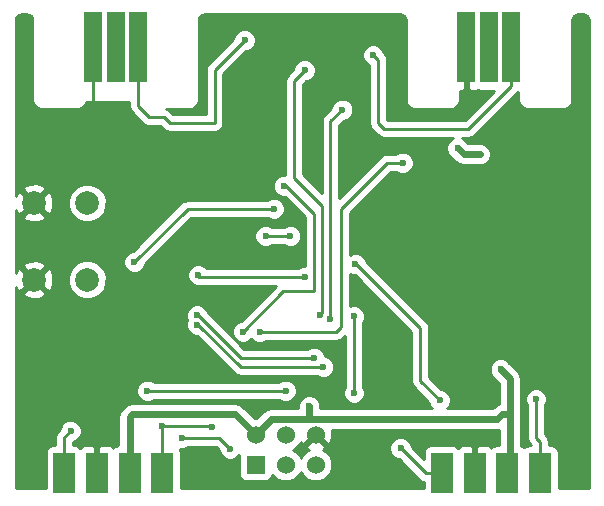
<source format=gbl>
G04 #@! TF.FileFunction,Copper,L2,Bot,Signal*
%FSLAX46Y46*%
G04 Gerber Fmt 4.6, Leading zero omitted, Abs format (unit mm)*
G04 Created by KiCad (PCBNEW 4.0.7) date 07/06/18 22:20:39*
%MOMM*%
%LPD*%
G01*
G04 APERTURE LIST*
%ADD10C,0.100000*%
%ADD11R,1.520000X6.050000*%
%ADD12R,1.846667X3.480000*%
%ADD13R,1.524000X1.524000*%
%ADD14C,1.524000*%
%ADD15C,2.000000*%
%ADD16C,0.600000*%
%ADD17C,0.250000*%
%ADD18C,0.600000*%
%ADD19C,0.254000*%
G04 APERTURE END LIST*
D10*
D11*
X87503000Y-75530000D03*
X83693000Y-75530000D03*
X85598000Y-75530000D03*
D12*
X89555000Y-111600000D03*
X86785000Y-111600000D03*
X84015000Y-111600000D03*
X81245000Y-111600000D03*
X121555000Y-111600000D03*
X118785000Y-111600000D03*
X116015000Y-111600000D03*
X113245000Y-111600000D03*
D13*
X97460000Y-110870000D03*
D14*
X97460000Y-108330000D03*
X100000000Y-110870000D03*
X100000000Y-108330000D03*
X102540000Y-110870000D03*
X102540000Y-108330000D03*
D15*
X83200000Y-95200000D03*
X78700000Y-95200000D03*
X83200000Y-88700000D03*
X78700000Y-88700000D03*
D11*
X119105000Y-75530000D03*
X115295000Y-75530000D03*
X117200000Y-75530000D03*
D16*
X121200000Y-105300000D03*
X101600000Y-95000000D03*
X92600000Y-94800000D03*
X102000000Y-105900000D03*
X118200000Y-102800000D03*
X103886000Y-104089200D03*
X102311200Y-104114600D03*
X104444800Y-109194600D03*
X106984800Y-109143800D03*
X106984800Y-88696800D03*
X108051600Y-88493600D03*
X87528400Y-89535000D03*
X116015000Y-108600000D03*
X96000000Y-96700000D03*
X109728000Y-109474000D03*
X113030000Y-105410000D03*
X105900000Y-93900000D03*
X88300000Y-104600000D03*
X95300000Y-109500000D03*
X91200000Y-108600000D03*
X100000000Y-104600000D03*
X87200000Y-93700000D03*
X99000000Y-89200000D03*
X93800000Y-107700000D03*
X89500000Y-107600000D03*
X81800000Y-108000000D03*
X114554000Y-84074000D03*
X116459000Y-84582000D03*
X107391200Y-76174600D03*
X96520000Y-74930000D03*
X99850000Y-87250000D03*
X96400000Y-99600000D03*
X109900000Y-85300000D03*
X97800000Y-99600000D03*
X101600000Y-77470000D03*
X102900000Y-98200000D03*
X103800000Y-98500000D03*
X104800000Y-80800000D03*
X103200000Y-102600000D03*
X92500000Y-99000000D03*
X92500000Y-98200000D03*
X102400000Y-101800000D03*
X105800000Y-98300000D03*
X105800000Y-104800000D03*
X100400000Y-91500000D03*
X98300000Y-91500000D03*
D17*
X121200000Y-105300000D02*
X121200000Y-108600000D01*
X121200000Y-108600000D02*
X121555000Y-108955000D01*
X121555000Y-108955000D02*
X121555000Y-111600000D01*
X101600000Y-95000000D02*
X92600000Y-95000000D01*
X92600000Y-95000000D02*
X92600000Y-94800000D01*
D18*
X117900000Y-107000000D02*
X102000000Y-107000000D01*
X102000000Y-105900000D02*
X102000000Y-107000000D01*
X102000000Y-107000000D02*
X100900000Y-107000000D01*
X100900000Y-107000000D02*
X98790000Y-107000000D01*
X118300000Y-106600000D02*
X117900000Y-107000000D01*
X98790000Y-107000000D02*
X97460000Y-108330000D01*
X118900000Y-106600000D02*
X118300000Y-106600000D01*
X119000000Y-111300000D02*
X119000000Y-106600000D01*
X119000000Y-106600000D02*
X119000000Y-103600000D01*
X118300000Y-106600000D02*
X119000000Y-106600000D01*
X118800000Y-111500000D02*
X119000000Y-111300000D01*
X119000000Y-103600000D02*
X118200000Y-102800000D01*
X97460000Y-108330000D02*
X95730000Y-106600000D01*
X95730000Y-106600000D02*
X87000000Y-106600000D01*
X87000000Y-106600000D02*
X86785000Y-106815000D01*
X86785000Y-106815000D02*
X86785000Y-111600000D01*
D17*
X102311200Y-104114600D02*
X103860600Y-104114600D01*
X103860600Y-104114600D02*
X103886000Y-104089200D01*
X106984800Y-109143800D02*
X104495600Y-109143800D01*
X104495600Y-109143800D02*
X104444800Y-109194600D01*
X108051600Y-88493600D02*
X107188000Y-88493600D01*
X107188000Y-88493600D02*
X106984800Y-88696800D01*
X85808736Y-90830400D02*
X80830400Y-90830400D01*
X80830400Y-90830400D02*
X78700000Y-88700000D01*
X87528400Y-89535000D02*
X87104136Y-89535000D01*
X87104136Y-89535000D02*
X85808736Y-90830400D01*
X115295000Y-80483000D02*
X115295000Y-75530000D01*
X83693000Y-80483000D02*
X83693000Y-75530000D01*
X116015000Y-111600000D02*
X116015000Y-108600000D01*
X116015000Y-108600000D02*
X116015000Y-108415000D01*
X116015000Y-108415000D02*
X116000000Y-108400000D01*
X84015000Y-111600000D02*
X84015000Y-108415000D01*
X84015000Y-108415000D02*
X84000000Y-108400000D01*
X113245000Y-111600000D02*
X111854000Y-111600000D01*
X111854000Y-111600000D02*
X109728000Y-109474000D01*
X113245000Y-111600000D02*
X113245000Y-110783334D01*
X113245000Y-110783334D02*
X113081108Y-110619442D01*
X111400000Y-99300000D02*
X111400000Y-103780000D01*
X111400000Y-103780000D02*
X113030000Y-105410000D01*
X105900000Y-93900000D02*
X106000000Y-93900000D01*
X106000000Y-93900000D02*
X111400000Y-99300000D01*
X100000000Y-104600000D02*
X88300000Y-104600000D01*
X94400000Y-108600000D02*
X95300000Y-109500000D01*
X93600000Y-108600000D02*
X94400000Y-108600000D01*
X91200000Y-108600000D02*
X93600000Y-108600000D01*
X91700000Y-89200000D02*
X99000000Y-89200000D01*
X87200000Y-93700000D02*
X91700000Y-89200000D01*
X89500000Y-107600000D02*
X93700000Y-107600000D01*
X93700000Y-107600000D02*
X93800000Y-107700000D01*
X89500000Y-107600000D02*
X89555000Y-107655000D01*
X89555000Y-107655000D02*
X89555000Y-111600000D01*
X81245000Y-108555000D02*
X81245000Y-111600000D01*
X81800000Y-108000000D02*
X81245000Y-108555000D01*
D18*
X116459000Y-84582000D02*
X115062000Y-84582000D01*
X115062000Y-84582000D02*
X114554000Y-84074000D01*
D17*
X107848400Y-79044800D02*
X107848400Y-76631800D01*
X107848400Y-76631800D02*
X107391200Y-76174600D01*
X108331000Y-82448400D02*
X107848400Y-81965800D01*
X107848400Y-81965800D02*
X107848400Y-79044800D01*
X115461600Y-82448400D02*
X108331000Y-82448400D01*
X119105000Y-78805000D02*
X115461600Y-82448400D01*
X119105000Y-75530000D02*
X119105000Y-78805000D01*
X93980000Y-81915000D02*
X93980000Y-77470000D01*
X93980000Y-77470000D02*
X96520000Y-74930000D01*
X90170000Y-81915000D02*
X93980000Y-81915000D01*
X89698001Y-81443001D02*
X90170000Y-81915000D01*
X87503000Y-80483000D02*
X88463001Y-81443001D01*
X88463001Y-81443001D02*
X89698001Y-81443001D01*
X87503000Y-80483000D02*
X87503000Y-75530000D01*
X99850000Y-87250000D02*
X100050000Y-87250000D01*
X100050000Y-87250000D02*
X102400000Y-89600000D01*
X96400000Y-99600000D02*
X99800000Y-96200000D01*
X99800000Y-96200000D02*
X102400000Y-96200000D01*
X102400000Y-96200000D02*
X102400000Y-89600000D01*
X97800000Y-99600000D02*
X104300000Y-99600000D01*
X104300000Y-99600000D02*
X104700000Y-99200000D01*
X104700000Y-99200000D02*
X104700000Y-89200000D01*
X104700000Y-89200000D02*
X108600000Y-85300000D01*
X108600000Y-85300000D02*
X109900000Y-85300000D01*
X100700000Y-80100000D02*
X100700000Y-78370000D01*
X100700000Y-78370000D02*
X101600000Y-77470000D01*
X103100000Y-98000000D02*
X102900000Y-98200000D01*
X100700000Y-80100000D02*
X100700000Y-86600000D01*
X100700000Y-86600000D02*
X103100000Y-89000000D01*
X103100000Y-89000000D02*
X103100000Y-98000000D01*
X103800000Y-98500000D02*
X103800000Y-81800000D01*
X103800000Y-81800000D02*
X104800000Y-80800000D01*
X103200000Y-102600000D02*
X96200000Y-102600000D01*
X96200000Y-102600000D02*
X92600000Y-99000000D01*
X92600000Y-99000000D02*
X92500000Y-99000000D01*
X92500000Y-98200000D02*
X92600000Y-98200000D01*
X92600000Y-98200000D02*
X96200000Y-101800000D01*
X96200000Y-101800000D02*
X102400000Y-101800000D01*
X105800000Y-98300000D02*
X105800000Y-104800000D01*
X98300000Y-91500000D02*
X100400000Y-91500000D01*
D19*
G36*
X78265377Y-72764811D02*
X78401341Y-72855658D01*
X78492189Y-72991622D01*
X78538000Y-73221931D01*
X78538000Y-80010000D01*
X78592046Y-80281705D01*
X78745954Y-80512046D01*
X78976295Y-80665954D01*
X79248000Y-80720000D01*
X82423000Y-80720000D01*
X82694705Y-80665954D01*
X82925046Y-80512046D01*
X83078954Y-80281705D01*
X83107738Y-80137000D01*
X86743000Y-80137000D01*
X86743000Y-80483000D01*
X86800852Y-80773839D01*
X86965599Y-81020401D01*
X87925600Y-81980402D01*
X88172161Y-82145149D01*
X88220415Y-82154747D01*
X88463001Y-82203001D01*
X89383199Y-82203001D01*
X89632599Y-82452401D01*
X89879160Y-82617148D01*
X90170000Y-82675000D01*
X93980000Y-82675000D01*
X94270839Y-82617148D01*
X94517401Y-82452401D01*
X94682148Y-82205839D01*
X94740000Y-81915000D01*
X94740000Y-77784802D01*
X96659680Y-75865122D01*
X96705167Y-75865162D01*
X97048943Y-75723117D01*
X97312192Y-75460327D01*
X97454838Y-75116799D01*
X97455162Y-74744833D01*
X97313117Y-74401057D01*
X97050327Y-74137808D01*
X96706799Y-73995162D01*
X96334833Y-73994838D01*
X95991057Y-74136883D01*
X95727808Y-74399673D01*
X95585162Y-74743201D01*
X95585121Y-74790077D01*
X93442599Y-76932599D01*
X93277852Y-77179161D01*
X93220000Y-77470000D01*
X93220000Y-81155000D01*
X90484802Y-81155000D01*
X90235402Y-80905600D01*
X89988840Y-80740853D01*
X89884006Y-80720000D01*
X91948000Y-80720000D01*
X92219705Y-80665954D01*
X92450046Y-80512046D01*
X92603954Y-80281705D01*
X92658000Y-80010000D01*
X92658000Y-73221927D01*
X92703811Y-72991623D01*
X92794658Y-72855659D01*
X92930622Y-72764811D01*
X93160931Y-72719000D01*
X109658073Y-72719000D01*
X109888377Y-72764811D01*
X110024341Y-72855658D01*
X110115189Y-72991622D01*
X110161000Y-73221931D01*
X110161000Y-80010000D01*
X110215046Y-80281705D01*
X110368954Y-80512046D01*
X110599295Y-80665954D01*
X110871000Y-80720000D01*
X114046000Y-80720000D01*
X114317705Y-80665954D01*
X114548046Y-80512046D01*
X114701954Y-80281705D01*
X114756000Y-80010000D01*
X114756000Y-79190000D01*
X115009250Y-79190000D01*
X115168000Y-79031250D01*
X115168000Y-75657000D01*
X115148000Y-75657000D01*
X115148000Y-75403000D01*
X115168000Y-75403000D01*
X115168000Y-75383000D01*
X115422000Y-75383000D01*
X115422000Y-75403000D01*
X115442000Y-75403000D01*
X115442000Y-75657000D01*
X115422000Y-75657000D01*
X115422000Y-79031250D01*
X115580750Y-79190000D01*
X116181309Y-79190000D01*
X116246081Y-79163170D01*
X116440000Y-79202440D01*
X117632758Y-79202440D01*
X115146798Y-81688400D01*
X108645802Y-81688400D01*
X108608400Y-81650998D01*
X108608400Y-76631800D01*
X108560146Y-76389214D01*
X108550548Y-76340960D01*
X108385801Y-76094399D01*
X108326322Y-76034920D01*
X108326362Y-75989433D01*
X108184317Y-75645657D01*
X107921527Y-75382408D01*
X107577999Y-75239762D01*
X107206033Y-75239438D01*
X106862257Y-75381483D01*
X106599008Y-75644273D01*
X106456362Y-75987801D01*
X106456038Y-76359767D01*
X106598083Y-76703543D01*
X106860873Y-76966792D01*
X107088400Y-77061270D01*
X107088400Y-81965800D01*
X107146252Y-82256639D01*
X107310999Y-82503201D01*
X107793599Y-82985801D01*
X108040160Y-83150548D01*
X108088414Y-83160146D01*
X108331000Y-83208400D01*
X114200480Y-83208400D01*
X114025057Y-83280883D01*
X113761808Y-83543673D01*
X113619162Y-83887201D01*
X113618838Y-84259167D01*
X113760883Y-84602943D01*
X114023673Y-84866192D01*
X114024065Y-84866355D01*
X114400853Y-85243142D01*
X114400855Y-85243145D01*
X114598366Y-85375117D01*
X114704191Y-85445827D01*
X115062000Y-85517000D01*
X116458184Y-85517000D01*
X116644167Y-85517162D01*
X116987943Y-85375117D01*
X117251192Y-85112327D01*
X117393838Y-84768799D01*
X117394162Y-84396833D01*
X117252117Y-84053057D01*
X116989327Y-83789808D01*
X116645799Y-83647162D01*
X116273833Y-83646838D01*
X116273441Y-83647000D01*
X115449290Y-83647000D01*
X115215436Y-83413146D01*
X115084327Y-83281808D01*
X114907542Y-83208400D01*
X115461600Y-83208400D01*
X115752439Y-83150548D01*
X115999001Y-82985801D01*
X119642401Y-79342401D01*
X119686000Y-79277150D01*
X119686000Y-80010000D01*
X119740046Y-80281705D01*
X119893954Y-80512046D01*
X120124295Y-80665954D01*
X120396000Y-80720000D01*
X123571000Y-80720000D01*
X123842705Y-80665954D01*
X124073046Y-80512046D01*
X124226954Y-80281705D01*
X124281000Y-80010000D01*
X124281000Y-73221927D01*
X124326811Y-72991623D01*
X124417658Y-72855659D01*
X124553622Y-72764811D01*
X124783931Y-72719000D01*
X125152073Y-72719000D01*
X125382377Y-72764811D01*
X125518341Y-72855658D01*
X125609189Y-72991622D01*
X125655000Y-73221931D01*
X125655000Y-112828000D01*
X123125773Y-112828000D01*
X123125773Y-109860000D01*
X123081495Y-109624683D01*
X122942423Y-109408559D01*
X122730223Y-109263569D01*
X122478333Y-109212560D01*
X122315000Y-109212560D01*
X122315000Y-108955000D01*
X122257148Y-108664161D01*
X122092401Y-108417599D01*
X121960000Y-108285198D01*
X121960000Y-105862463D01*
X121992192Y-105830327D01*
X122134838Y-105486799D01*
X122135162Y-105114833D01*
X121993117Y-104771057D01*
X121730327Y-104507808D01*
X121386799Y-104365162D01*
X121014833Y-104364838D01*
X120671057Y-104506883D01*
X120407808Y-104769673D01*
X120265162Y-105113201D01*
X120264838Y-105485167D01*
X120406883Y-105828943D01*
X120440000Y-105862118D01*
X120440000Y-108600000D01*
X120497852Y-108890839D01*
X120662599Y-109137401D01*
X120737758Y-109212560D01*
X120631667Y-109212560D01*
X120396350Y-109256838D01*
X120180226Y-109395910D01*
X120171851Y-109408168D01*
X119960223Y-109263569D01*
X119935000Y-109258461D01*
X119935000Y-103600000D01*
X119863827Y-103242191D01*
X119661145Y-102938855D01*
X118861436Y-102139146D01*
X118730327Y-102007808D01*
X118386799Y-101865162D01*
X118014833Y-101864838D01*
X117671057Y-102006883D01*
X117407808Y-102269673D01*
X117265162Y-102613201D01*
X117264838Y-102985167D01*
X117406883Y-103328943D01*
X117669673Y-103592192D01*
X117670065Y-103592355D01*
X118065000Y-103987290D01*
X118065000Y-105711745D01*
X117942191Y-105736173D01*
X117638855Y-105938855D01*
X117512710Y-106065000D01*
X113697301Y-106065000D01*
X113822192Y-105940327D01*
X113964838Y-105596799D01*
X113965162Y-105224833D01*
X113823117Y-104881057D01*
X113560327Y-104617808D01*
X113216799Y-104475162D01*
X113169923Y-104475121D01*
X112160000Y-103465198D01*
X112160000Y-99300000D01*
X112112778Y-99062599D01*
X112102148Y-99009160D01*
X111937401Y-98762599D01*
X106796806Y-93622004D01*
X106693117Y-93371057D01*
X106430327Y-93107808D01*
X106086799Y-92965162D01*
X105714833Y-92964838D01*
X105460000Y-93070133D01*
X105460000Y-89514802D01*
X108914802Y-86060000D01*
X109337537Y-86060000D01*
X109369673Y-86092192D01*
X109713201Y-86234838D01*
X110085167Y-86235162D01*
X110428943Y-86093117D01*
X110692192Y-85830327D01*
X110834838Y-85486799D01*
X110835162Y-85114833D01*
X110693117Y-84771057D01*
X110430327Y-84507808D01*
X110086799Y-84365162D01*
X109714833Y-84364838D01*
X109371057Y-84506883D01*
X109337882Y-84540000D01*
X108600000Y-84540000D01*
X108309161Y-84597852D01*
X108062599Y-84762599D01*
X104560000Y-88265198D01*
X104560000Y-82114802D01*
X104939680Y-81735122D01*
X104985167Y-81735162D01*
X105328943Y-81593117D01*
X105592192Y-81330327D01*
X105734838Y-80986799D01*
X105735162Y-80614833D01*
X105593117Y-80271057D01*
X105330327Y-80007808D01*
X104986799Y-79865162D01*
X104614833Y-79864838D01*
X104271057Y-80006883D01*
X104007808Y-80269673D01*
X103865162Y-80613201D01*
X103865121Y-80660077D01*
X103262599Y-81262599D01*
X103097852Y-81509161D01*
X103040000Y-81800000D01*
X103040000Y-87865198D01*
X101460000Y-86285198D01*
X101460000Y-78684802D01*
X101739680Y-78405122D01*
X101785167Y-78405162D01*
X102128943Y-78263117D01*
X102392192Y-78000327D01*
X102534838Y-77656799D01*
X102535162Y-77284833D01*
X102393117Y-76941057D01*
X102130327Y-76677808D01*
X101786799Y-76535162D01*
X101414833Y-76534838D01*
X101071057Y-76676883D01*
X100807808Y-76939673D01*
X100665162Y-77283201D01*
X100665121Y-77330077D01*
X100162599Y-77832599D01*
X99997852Y-78079161D01*
X99940000Y-78370000D01*
X99940000Y-86315078D01*
X99664833Y-86314838D01*
X99321057Y-86456883D01*
X99057808Y-86719673D01*
X98915162Y-87063201D01*
X98914838Y-87435167D01*
X99056883Y-87778943D01*
X99319673Y-88042192D01*
X99663201Y-88184838D01*
X99910251Y-88185053D01*
X101640000Y-89914802D01*
X101640000Y-94065034D01*
X101414833Y-94064838D01*
X101071057Y-94206883D01*
X101037882Y-94240000D01*
X93362114Y-94240000D01*
X93130327Y-94007808D01*
X92786799Y-93865162D01*
X92414833Y-93864838D01*
X92071057Y-94006883D01*
X91807808Y-94269673D01*
X91665162Y-94613201D01*
X91664838Y-94985167D01*
X91806883Y-95328943D01*
X92069673Y-95592192D01*
X92267604Y-95674380D01*
X92309161Y-95702148D01*
X92357752Y-95711813D01*
X92413201Y-95734838D01*
X92473768Y-95734891D01*
X92600000Y-95760000D01*
X99165198Y-95760000D01*
X96260320Y-98664878D01*
X96214833Y-98664838D01*
X95871057Y-98806883D01*
X95607808Y-99069673D01*
X95465162Y-99413201D01*
X95464838Y-99785167D01*
X95606883Y-100128943D01*
X95869673Y-100392192D01*
X96213201Y-100534838D01*
X96585167Y-100535162D01*
X96928943Y-100393117D01*
X97100068Y-100222291D01*
X97269673Y-100392192D01*
X97613201Y-100534838D01*
X97985167Y-100535162D01*
X98328943Y-100393117D01*
X98362118Y-100360000D01*
X104300000Y-100360000D01*
X104590839Y-100302148D01*
X104837401Y-100137401D01*
X105040000Y-99934802D01*
X105040000Y-104237537D01*
X105007808Y-104269673D01*
X104865162Y-104613201D01*
X104864838Y-104985167D01*
X105006883Y-105328943D01*
X105269673Y-105592192D01*
X105613201Y-105734838D01*
X105985167Y-105735162D01*
X106328943Y-105593117D01*
X106592192Y-105330327D01*
X106734838Y-104986799D01*
X106735162Y-104614833D01*
X106593117Y-104271057D01*
X106560000Y-104237882D01*
X106560000Y-98862463D01*
X106592192Y-98830327D01*
X106734838Y-98486799D01*
X106735162Y-98114833D01*
X106593117Y-97771057D01*
X106330327Y-97507808D01*
X105986799Y-97365162D01*
X105614833Y-97364838D01*
X105460000Y-97428814D01*
X105460000Y-94729699D01*
X105713201Y-94834838D01*
X105860164Y-94834966D01*
X110640000Y-99614802D01*
X110640000Y-103780000D01*
X110697852Y-104070839D01*
X110862599Y-104317401D01*
X112094878Y-105549680D01*
X112094838Y-105595167D01*
X112236883Y-105938943D01*
X112362720Y-106065000D01*
X102935000Y-106065000D01*
X102935000Y-105900816D01*
X102935162Y-105714833D01*
X102793117Y-105371057D01*
X102530327Y-105107808D01*
X102186799Y-104965162D01*
X101814833Y-104964838D01*
X101471057Y-105106883D01*
X101207808Y-105369673D01*
X101065162Y-105713201D01*
X101064856Y-106065000D01*
X98790000Y-106065000D01*
X98432191Y-106136173D01*
X98128855Y-106338855D01*
X97534645Y-106933065D01*
X97385224Y-106932934D01*
X96391145Y-105938855D01*
X96087809Y-105736173D01*
X95730000Y-105665000D01*
X87000000Y-105665000D01*
X86642191Y-105736173D01*
X86338855Y-105938855D01*
X86123855Y-106153855D01*
X85921173Y-106457191D01*
X85850000Y-106815000D01*
X85850000Y-109214755D01*
X85626350Y-109256838D01*
X85410226Y-109395910D01*
X85394818Y-109418460D01*
X85298031Y-109321673D01*
X85064642Y-109225000D01*
X84300750Y-109225000D01*
X84142000Y-109383750D01*
X84142000Y-111473000D01*
X84162000Y-111473000D01*
X84162000Y-111727000D01*
X84142000Y-111727000D01*
X84142000Y-111747000D01*
X83888000Y-111747000D01*
X83888000Y-111727000D01*
X83868000Y-111727000D01*
X83868000Y-111473000D01*
X83888000Y-111473000D01*
X83888000Y-109383750D01*
X83729250Y-109225000D01*
X82965358Y-109225000D01*
X82731969Y-109321673D01*
X82637380Y-109416262D01*
X82632423Y-109408559D01*
X82420223Y-109263569D01*
X82168333Y-109212560D01*
X82005000Y-109212560D01*
X82005000Y-108926967D01*
X82328943Y-108793117D01*
X82592192Y-108530327D01*
X82734838Y-108186799D01*
X82735162Y-107814833D01*
X82593117Y-107471057D01*
X82330327Y-107207808D01*
X81986799Y-107065162D01*
X81614833Y-107064838D01*
X81271057Y-107206883D01*
X81007808Y-107469673D01*
X80865162Y-107813201D01*
X80865121Y-107860077D01*
X80707599Y-108017599D01*
X80542852Y-108264161D01*
X80485000Y-108555000D01*
X80485000Y-109212560D01*
X80321667Y-109212560D01*
X80086350Y-109256838D01*
X79870226Y-109395910D01*
X79725236Y-109608110D01*
X79674227Y-109860000D01*
X79674227Y-112828000D01*
X77164000Y-112828000D01*
X77164000Y-104785167D01*
X87364838Y-104785167D01*
X87506883Y-105128943D01*
X87769673Y-105392192D01*
X88113201Y-105534838D01*
X88485167Y-105535162D01*
X88828943Y-105393117D01*
X88862118Y-105360000D01*
X99437537Y-105360000D01*
X99469673Y-105392192D01*
X99813201Y-105534838D01*
X100185167Y-105535162D01*
X100528943Y-105393117D01*
X100792192Y-105130327D01*
X100934838Y-104786799D01*
X100935162Y-104414833D01*
X100793117Y-104071057D01*
X100530327Y-103807808D01*
X100186799Y-103665162D01*
X99814833Y-103664838D01*
X99471057Y-103806883D01*
X99437882Y-103840000D01*
X88862463Y-103840000D01*
X88830327Y-103807808D01*
X88486799Y-103665162D01*
X88114833Y-103664838D01*
X87771057Y-103806883D01*
X87507808Y-104069673D01*
X87365162Y-104413201D01*
X87364838Y-104785167D01*
X77164000Y-104785167D01*
X77164000Y-98385167D01*
X91564838Y-98385167D01*
X91653648Y-98600104D01*
X91565162Y-98813201D01*
X91564838Y-99185167D01*
X91706883Y-99528943D01*
X91969673Y-99792192D01*
X92313201Y-99934838D01*
X92460164Y-99934966D01*
X95662599Y-103137401D01*
X95909161Y-103302148D01*
X96200000Y-103360000D01*
X102637537Y-103360000D01*
X102669673Y-103392192D01*
X103013201Y-103534838D01*
X103385167Y-103535162D01*
X103728943Y-103393117D01*
X103992192Y-103130327D01*
X104134838Y-102786799D01*
X104135162Y-102414833D01*
X103993117Y-102071057D01*
X103730327Y-101807808D01*
X103386799Y-101665162D01*
X103335118Y-101665117D01*
X103335162Y-101614833D01*
X103193117Y-101271057D01*
X102930327Y-101007808D01*
X102586799Y-100865162D01*
X102214833Y-100864838D01*
X101871057Y-101006883D01*
X101837882Y-101040000D01*
X96514802Y-101040000D01*
X93396806Y-97922004D01*
X93293117Y-97671057D01*
X93030327Y-97407808D01*
X92686799Y-97265162D01*
X92314833Y-97264838D01*
X91971057Y-97406883D01*
X91707808Y-97669673D01*
X91565162Y-98013201D01*
X91564838Y-98385167D01*
X77164000Y-98385167D01*
X77164000Y-96352532D01*
X77727073Y-96352532D01*
X77825736Y-96619387D01*
X78435461Y-96845908D01*
X79085460Y-96821856D01*
X79574264Y-96619387D01*
X79672927Y-96352532D01*
X78700000Y-95379605D01*
X77727073Y-96352532D01*
X77164000Y-96352532D01*
X77164000Y-95792735D01*
X77280613Y-96074264D01*
X77547468Y-96172927D01*
X78520395Y-95200000D01*
X78879605Y-95200000D01*
X79852532Y-96172927D01*
X80119387Y-96074264D01*
X80323893Y-95523795D01*
X81564716Y-95523795D01*
X81813106Y-96124943D01*
X82272637Y-96585278D01*
X82873352Y-96834716D01*
X83523795Y-96835284D01*
X84124943Y-96586894D01*
X84585278Y-96127363D01*
X84834716Y-95526648D01*
X84835284Y-94876205D01*
X84586894Y-94275057D01*
X84197685Y-93885167D01*
X86264838Y-93885167D01*
X86406883Y-94228943D01*
X86669673Y-94492192D01*
X87013201Y-94634838D01*
X87385167Y-94635162D01*
X87728943Y-94493117D01*
X87992192Y-94230327D01*
X88134838Y-93886799D01*
X88134879Y-93839923D01*
X90289635Y-91685167D01*
X97364838Y-91685167D01*
X97506883Y-92028943D01*
X97769673Y-92292192D01*
X98113201Y-92434838D01*
X98485167Y-92435162D01*
X98828943Y-92293117D01*
X98862118Y-92260000D01*
X99837537Y-92260000D01*
X99869673Y-92292192D01*
X100213201Y-92434838D01*
X100585167Y-92435162D01*
X100928943Y-92293117D01*
X101192192Y-92030327D01*
X101334838Y-91686799D01*
X101335162Y-91314833D01*
X101193117Y-90971057D01*
X100930327Y-90707808D01*
X100586799Y-90565162D01*
X100214833Y-90564838D01*
X99871057Y-90706883D01*
X99837882Y-90740000D01*
X98862463Y-90740000D01*
X98830327Y-90707808D01*
X98486799Y-90565162D01*
X98114833Y-90564838D01*
X97771057Y-90706883D01*
X97507808Y-90969673D01*
X97365162Y-91313201D01*
X97364838Y-91685167D01*
X90289635Y-91685167D01*
X92014802Y-89960000D01*
X98437537Y-89960000D01*
X98469673Y-89992192D01*
X98813201Y-90134838D01*
X99185167Y-90135162D01*
X99528943Y-89993117D01*
X99792192Y-89730327D01*
X99934838Y-89386799D01*
X99935162Y-89014833D01*
X99793117Y-88671057D01*
X99530327Y-88407808D01*
X99186799Y-88265162D01*
X98814833Y-88264838D01*
X98471057Y-88406883D01*
X98437882Y-88440000D01*
X91700000Y-88440000D01*
X91409161Y-88497852D01*
X91162599Y-88662599D01*
X87060320Y-92764878D01*
X87014833Y-92764838D01*
X86671057Y-92906883D01*
X86407808Y-93169673D01*
X86265162Y-93513201D01*
X86264838Y-93885167D01*
X84197685Y-93885167D01*
X84127363Y-93814722D01*
X83526648Y-93565284D01*
X82876205Y-93564716D01*
X82275057Y-93813106D01*
X81814722Y-94272637D01*
X81565284Y-94873352D01*
X81564716Y-95523795D01*
X80323893Y-95523795D01*
X80345908Y-95464539D01*
X80321856Y-94814540D01*
X80119387Y-94325736D01*
X79852532Y-94227073D01*
X78879605Y-95200000D01*
X78520395Y-95200000D01*
X77547468Y-94227073D01*
X77280613Y-94325736D01*
X77164000Y-94639622D01*
X77164000Y-94047468D01*
X77727073Y-94047468D01*
X78700000Y-95020395D01*
X79672927Y-94047468D01*
X79574264Y-93780613D01*
X78964539Y-93554092D01*
X78314540Y-93578144D01*
X77825736Y-93780613D01*
X77727073Y-94047468D01*
X77164000Y-94047468D01*
X77164000Y-89852532D01*
X77727073Y-89852532D01*
X77825736Y-90119387D01*
X78435461Y-90345908D01*
X79085460Y-90321856D01*
X79574264Y-90119387D01*
X79672927Y-89852532D01*
X78700000Y-88879605D01*
X77727073Y-89852532D01*
X77164000Y-89852532D01*
X77164000Y-89292735D01*
X77280613Y-89574264D01*
X77547468Y-89672927D01*
X78520395Y-88700000D01*
X78879605Y-88700000D01*
X79852532Y-89672927D01*
X80119387Y-89574264D01*
X80323893Y-89023795D01*
X81564716Y-89023795D01*
X81813106Y-89624943D01*
X82272637Y-90085278D01*
X82873352Y-90334716D01*
X83523795Y-90335284D01*
X84124943Y-90086894D01*
X84585278Y-89627363D01*
X84834716Y-89026648D01*
X84835284Y-88376205D01*
X84586894Y-87775057D01*
X84127363Y-87314722D01*
X83526648Y-87065284D01*
X82876205Y-87064716D01*
X82275057Y-87313106D01*
X81814722Y-87772637D01*
X81565284Y-88373352D01*
X81564716Y-89023795D01*
X80323893Y-89023795D01*
X80345908Y-88964539D01*
X80321856Y-88314540D01*
X80119387Y-87825736D01*
X79852532Y-87727073D01*
X78879605Y-88700000D01*
X78520395Y-88700000D01*
X77547468Y-87727073D01*
X77280613Y-87825736D01*
X77164000Y-88139622D01*
X77164000Y-87547468D01*
X77727073Y-87547468D01*
X78700000Y-88520395D01*
X79672927Y-87547468D01*
X79574264Y-87280613D01*
X78964539Y-87054092D01*
X78314540Y-87078144D01*
X77825736Y-87280613D01*
X77727073Y-87547468D01*
X77164000Y-87547468D01*
X77164000Y-73221927D01*
X77209811Y-72991623D01*
X77300658Y-72855659D01*
X77436622Y-72764811D01*
X77666931Y-72719000D01*
X78035073Y-72719000D01*
X78265377Y-72764811D01*
X78265377Y-72764811D01*
G37*
X78265377Y-72764811D02*
X78401341Y-72855658D01*
X78492189Y-72991622D01*
X78538000Y-73221931D01*
X78538000Y-80010000D01*
X78592046Y-80281705D01*
X78745954Y-80512046D01*
X78976295Y-80665954D01*
X79248000Y-80720000D01*
X82423000Y-80720000D01*
X82694705Y-80665954D01*
X82925046Y-80512046D01*
X83078954Y-80281705D01*
X83107738Y-80137000D01*
X86743000Y-80137000D01*
X86743000Y-80483000D01*
X86800852Y-80773839D01*
X86965599Y-81020401D01*
X87925600Y-81980402D01*
X88172161Y-82145149D01*
X88220415Y-82154747D01*
X88463001Y-82203001D01*
X89383199Y-82203001D01*
X89632599Y-82452401D01*
X89879160Y-82617148D01*
X90170000Y-82675000D01*
X93980000Y-82675000D01*
X94270839Y-82617148D01*
X94517401Y-82452401D01*
X94682148Y-82205839D01*
X94740000Y-81915000D01*
X94740000Y-77784802D01*
X96659680Y-75865122D01*
X96705167Y-75865162D01*
X97048943Y-75723117D01*
X97312192Y-75460327D01*
X97454838Y-75116799D01*
X97455162Y-74744833D01*
X97313117Y-74401057D01*
X97050327Y-74137808D01*
X96706799Y-73995162D01*
X96334833Y-73994838D01*
X95991057Y-74136883D01*
X95727808Y-74399673D01*
X95585162Y-74743201D01*
X95585121Y-74790077D01*
X93442599Y-76932599D01*
X93277852Y-77179161D01*
X93220000Y-77470000D01*
X93220000Y-81155000D01*
X90484802Y-81155000D01*
X90235402Y-80905600D01*
X89988840Y-80740853D01*
X89884006Y-80720000D01*
X91948000Y-80720000D01*
X92219705Y-80665954D01*
X92450046Y-80512046D01*
X92603954Y-80281705D01*
X92658000Y-80010000D01*
X92658000Y-73221927D01*
X92703811Y-72991623D01*
X92794658Y-72855659D01*
X92930622Y-72764811D01*
X93160931Y-72719000D01*
X109658073Y-72719000D01*
X109888377Y-72764811D01*
X110024341Y-72855658D01*
X110115189Y-72991622D01*
X110161000Y-73221931D01*
X110161000Y-80010000D01*
X110215046Y-80281705D01*
X110368954Y-80512046D01*
X110599295Y-80665954D01*
X110871000Y-80720000D01*
X114046000Y-80720000D01*
X114317705Y-80665954D01*
X114548046Y-80512046D01*
X114701954Y-80281705D01*
X114756000Y-80010000D01*
X114756000Y-79190000D01*
X115009250Y-79190000D01*
X115168000Y-79031250D01*
X115168000Y-75657000D01*
X115148000Y-75657000D01*
X115148000Y-75403000D01*
X115168000Y-75403000D01*
X115168000Y-75383000D01*
X115422000Y-75383000D01*
X115422000Y-75403000D01*
X115442000Y-75403000D01*
X115442000Y-75657000D01*
X115422000Y-75657000D01*
X115422000Y-79031250D01*
X115580750Y-79190000D01*
X116181309Y-79190000D01*
X116246081Y-79163170D01*
X116440000Y-79202440D01*
X117632758Y-79202440D01*
X115146798Y-81688400D01*
X108645802Y-81688400D01*
X108608400Y-81650998D01*
X108608400Y-76631800D01*
X108560146Y-76389214D01*
X108550548Y-76340960D01*
X108385801Y-76094399D01*
X108326322Y-76034920D01*
X108326362Y-75989433D01*
X108184317Y-75645657D01*
X107921527Y-75382408D01*
X107577999Y-75239762D01*
X107206033Y-75239438D01*
X106862257Y-75381483D01*
X106599008Y-75644273D01*
X106456362Y-75987801D01*
X106456038Y-76359767D01*
X106598083Y-76703543D01*
X106860873Y-76966792D01*
X107088400Y-77061270D01*
X107088400Y-81965800D01*
X107146252Y-82256639D01*
X107310999Y-82503201D01*
X107793599Y-82985801D01*
X108040160Y-83150548D01*
X108088414Y-83160146D01*
X108331000Y-83208400D01*
X114200480Y-83208400D01*
X114025057Y-83280883D01*
X113761808Y-83543673D01*
X113619162Y-83887201D01*
X113618838Y-84259167D01*
X113760883Y-84602943D01*
X114023673Y-84866192D01*
X114024065Y-84866355D01*
X114400853Y-85243142D01*
X114400855Y-85243145D01*
X114598366Y-85375117D01*
X114704191Y-85445827D01*
X115062000Y-85517000D01*
X116458184Y-85517000D01*
X116644167Y-85517162D01*
X116987943Y-85375117D01*
X117251192Y-85112327D01*
X117393838Y-84768799D01*
X117394162Y-84396833D01*
X117252117Y-84053057D01*
X116989327Y-83789808D01*
X116645799Y-83647162D01*
X116273833Y-83646838D01*
X116273441Y-83647000D01*
X115449290Y-83647000D01*
X115215436Y-83413146D01*
X115084327Y-83281808D01*
X114907542Y-83208400D01*
X115461600Y-83208400D01*
X115752439Y-83150548D01*
X115999001Y-82985801D01*
X119642401Y-79342401D01*
X119686000Y-79277150D01*
X119686000Y-80010000D01*
X119740046Y-80281705D01*
X119893954Y-80512046D01*
X120124295Y-80665954D01*
X120396000Y-80720000D01*
X123571000Y-80720000D01*
X123842705Y-80665954D01*
X124073046Y-80512046D01*
X124226954Y-80281705D01*
X124281000Y-80010000D01*
X124281000Y-73221927D01*
X124326811Y-72991623D01*
X124417658Y-72855659D01*
X124553622Y-72764811D01*
X124783931Y-72719000D01*
X125152073Y-72719000D01*
X125382377Y-72764811D01*
X125518341Y-72855658D01*
X125609189Y-72991622D01*
X125655000Y-73221931D01*
X125655000Y-112828000D01*
X123125773Y-112828000D01*
X123125773Y-109860000D01*
X123081495Y-109624683D01*
X122942423Y-109408559D01*
X122730223Y-109263569D01*
X122478333Y-109212560D01*
X122315000Y-109212560D01*
X122315000Y-108955000D01*
X122257148Y-108664161D01*
X122092401Y-108417599D01*
X121960000Y-108285198D01*
X121960000Y-105862463D01*
X121992192Y-105830327D01*
X122134838Y-105486799D01*
X122135162Y-105114833D01*
X121993117Y-104771057D01*
X121730327Y-104507808D01*
X121386799Y-104365162D01*
X121014833Y-104364838D01*
X120671057Y-104506883D01*
X120407808Y-104769673D01*
X120265162Y-105113201D01*
X120264838Y-105485167D01*
X120406883Y-105828943D01*
X120440000Y-105862118D01*
X120440000Y-108600000D01*
X120497852Y-108890839D01*
X120662599Y-109137401D01*
X120737758Y-109212560D01*
X120631667Y-109212560D01*
X120396350Y-109256838D01*
X120180226Y-109395910D01*
X120171851Y-109408168D01*
X119960223Y-109263569D01*
X119935000Y-109258461D01*
X119935000Y-103600000D01*
X119863827Y-103242191D01*
X119661145Y-102938855D01*
X118861436Y-102139146D01*
X118730327Y-102007808D01*
X118386799Y-101865162D01*
X118014833Y-101864838D01*
X117671057Y-102006883D01*
X117407808Y-102269673D01*
X117265162Y-102613201D01*
X117264838Y-102985167D01*
X117406883Y-103328943D01*
X117669673Y-103592192D01*
X117670065Y-103592355D01*
X118065000Y-103987290D01*
X118065000Y-105711745D01*
X117942191Y-105736173D01*
X117638855Y-105938855D01*
X117512710Y-106065000D01*
X113697301Y-106065000D01*
X113822192Y-105940327D01*
X113964838Y-105596799D01*
X113965162Y-105224833D01*
X113823117Y-104881057D01*
X113560327Y-104617808D01*
X113216799Y-104475162D01*
X113169923Y-104475121D01*
X112160000Y-103465198D01*
X112160000Y-99300000D01*
X112112778Y-99062599D01*
X112102148Y-99009160D01*
X111937401Y-98762599D01*
X106796806Y-93622004D01*
X106693117Y-93371057D01*
X106430327Y-93107808D01*
X106086799Y-92965162D01*
X105714833Y-92964838D01*
X105460000Y-93070133D01*
X105460000Y-89514802D01*
X108914802Y-86060000D01*
X109337537Y-86060000D01*
X109369673Y-86092192D01*
X109713201Y-86234838D01*
X110085167Y-86235162D01*
X110428943Y-86093117D01*
X110692192Y-85830327D01*
X110834838Y-85486799D01*
X110835162Y-85114833D01*
X110693117Y-84771057D01*
X110430327Y-84507808D01*
X110086799Y-84365162D01*
X109714833Y-84364838D01*
X109371057Y-84506883D01*
X109337882Y-84540000D01*
X108600000Y-84540000D01*
X108309161Y-84597852D01*
X108062599Y-84762599D01*
X104560000Y-88265198D01*
X104560000Y-82114802D01*
X104939680Y-81735122D01*
X104985167Y-81735162D01*
X105328943Y-81593117D01*
X105592192Y-81330327D01*
X105734838Y-80986799D01*
X105735162Y-80614833D01*
X105593117Y-80271057D01*
X105330327Y-80007808D01*
X104986799Y-79865162D01*
X104614833Y-79864838D01*
X104271057Y-80006883D01*
X104007808Y-80269673D01*
X103865162Y-80613201D01*
X103865121Y-80660077D01*
X103262599Y-81262599D01*
X103097852Y-81509161D01*
X103040000Y-81800000D01*
X103040000Y-87865198D01*
X101460000Y-86285198D01*
X101460000Y-78684802D01*
X101739680Y-78405122D01*
X101785167Y-78405162D01*
X102128943Y-78263117D01*
X102392192Y-78000327D01*
X102534838Y-77656799D01*
X102535162Y-77284833D01*
X102393117Y-76941057D01*
X102130327Y-76677808D01*
X101786799Y-76535162D01*
X101414833Y-76534838D01*
X101071057Y-76676883D01*
X100807808Y-76939673D01*
X100665162Y-77283201D01*
X100665121Y-77330077D01*
X100162599Y-77832599D01*
X99997852Y-78079161D01*
X99940000Y-78370000D01*
X99940000Y-86315078D01*
X99664833Y-86314838D01*
X99321057Y-86456883D01*
X99057808Y-86719673D01*
X98915162Y-87063201D01*
X98914838Y-87435167D01*
X99056883Y-87778943D01*
X99319673Y-88042192D01*
X99663201Y-88184838D01*
X99910251Y-88185053D01*
X101640000Y-89914802D01*
X101640000Y-94065034D01*
X101414833Y-94064838D01*
X101071057Y-94206883D01*
X101037882Y-94240000D01*
X93362114Y-94240000D01*
X93130327Y-94007808D01*
X92786799Y-93865162D01*
X92414833Y-93864838D01*
X92071057Y-94006883D01*
X91807808Y-94269673D01*
X91665162Y-94613201D01*
X91664838Y-94985167D01*
X91806883Y-95328943D01*
X92069673Y-95592192D01*
X92267604Y-95674380D01*
X92309161Y-95702148D01*
X92357752Y-95711813D01*
X92413201Y-95734838D01*
X92473768Y-95734891D01*
X92600000Y-95760000D01*
X99165198Y-95760000D01*
X96260320Y-98664878D01*
X96214833Y-98664838D01*
X95871057Y-98806883D01*
X95607808Y-99069673D01*
X95465162Y-99413201D01*
X95464838Y-99785167D01*
X95606883Y-100128943D01*
X95869673Y-100392192D01*
X96213201Y-100534838D01*
X96585167Y-100535162D01*
X96928943Y-100393117D01*
X97100068Y-100222291D01*
X97269673Y-100392192D01*
X97613201Y-100534838D01*
X97985167Y-100535162D01*
X98328943Y-100393117D01*
X98362118Y-100360000D01*
X104300000Y-100360000D01*
X104590839Y-100302148D01*
X104837401Y-100137401D01*
X105040000Y-99934802D01*
X105040000Y-104237537D01*
X105007808Y-104269673D01*
X104865162Y-104613201D01*
X104864838Y-104985167D01*
X105006883Y-105328943D01*
X105269673Y-105592192D01*
X105613201Y-105734838D01*
X105985167Y-105735162D01*
X106328943Y-105593117D01*
X106592192Y-105330327D01*
X106734838Y-104986799D01*
X106735162Y-104614833D01*
X106593117Y-104271057D01*
X106560000Y-104237882D01*
X106560000Y-98862463D01*
X106592192Y-98830327D01*
X106734838Y-98486799D01*
X106735162Y-98114833D01*
X106593117Y-97771057D01*
X106330327Y-97507808D01*
X105986799Y-97365162D01*
X105614833Y-97364838D01*
X105460000Y-97428814D01*
X105460000Y-94729699D01*
X105713201Y-94834838D01*
X105860164Y-94834966D01*
X110640000Y-99614802D01*
X110640000Y-103780000D01*
X110697852Y-104070839D01*
X110862599Y-104317401D01*
X112094878Y-105549680D01*
X112094838Y-105595167D01*
X112236883Y-105938943D01*
X112362720Y-106065000D01*
X102935000Y-106065000D01*
X102935000Y-105900816D01*
X102935162Y-105714833D01*
X102793117Y-105371057D01*
X102530327Y-105107808D01*
X102186799Y-104965162D01*
X101814833Y-104964838D01*
X101471057Y-105106883D01*
X101207808Y-105369673D01*
X101065162Y-105713201D01*
X101064856Y-106065000D01*
X98790000Y-106065000D01*
X98432191Y-106136173D01*
X98128855Y-106338855D01*
X97534645Y-106933065D01*
X97385224Y-106932934D01*
X96391145Y-105938855D01*
X96087809Y-105736173D01*
X95730000Y-105665000D01*
X87000000Y-105665000D01*
X86642191Y-105736173D01*
X86338855Y-105938855D01*
X86123855Y-106153855D01*
X85921173Y-106457191D01*
X85850000Y-106815000D01*
X85850000Y-109214755D01*
X85626350Y-109256838D01*
X85410226Y-109395910D01*
X85394818Y-109418460D01*
X85298031Y-109321673D01*
X85064642Y-109225000D01*
X84300750Y-109225000D01*
X84142000Y-109383750D01*
X84142000Y-111473000D01*
X84162000Y-111473000D01*
X84162000Y-111727000D01*
X84142000Y-111727000D01*
X84142000Y-111747000D01*
X83888000Y-111747000D01*
X83888000Y-111727000D01*
X83868000Y-111727000D01*
X83868000Y-111473000D01*
X83888000Y-111473000D01*
X83888000Y-109383750D01*
X83729250Y-109225000D01*
X82965358Y-109225000D01*
X82731969Y-109321673D01*
X82637380Y-109416262D01*
X82632423Y-109408559D01*
X82420223Y-109263569D01*
X82168333Y-109212560D01*
X82005000Y-109212560D01*
X82005000Y-108926967D01*
X82328943Y-108793117D01*
X82592192Y-108530327D01*
X82734838Y-108186799D01*
X82735162Y-107814833D01*
X82593117Y-107471057D01*
X82330327Y-107207808D01*
X81986799Y-107065162D01*
X81614833Y-107064838D01*
X81271057Y-107206883D01*
X81007808Y-107469673D01*
X80865162Y-107813201D01*
X80865121Y-107860077D01*
X80707599Y-108017599D01*
X80542852Y-108264161D01*
X80485000Y-108555000D01*
X80485000Y-109212560D01*
X80321667Y-109212560D01*
X80086350Y-109256838D01*
X79870226Y-109395910D01*
X79725236Y-109608110D01*
X79674227Y-109860000D01*
X79674227Y-112828000D01*
X77164000Y-112828000D01*
X77164000Y-104785167D01*
X87364838Y-104785167D01*
X87506883Y-105128943D01*
X87769673Y-105392192D01*
X88113201Y-105534838D01*
X88485167Y-105535162D01*
X88828943Y-105393117D01*
X88862118Y-105360000D01*
X99437537Y-105360000D01*
X99469673Y-105392192D01*
X99813201Y-105534838D01*
X100185167Y-105535162D01*
X100528943Y-105393117D01*
X100792192Y-105130327D01*
X100934838Y-104786799D01*
X100935162Y-104414833D01*
X100793117Y-104071057D01*
X100530327Y-103807808D01*
X100186799Y-103665162D01*
X99814833Y-103664838D01*
X99471057Y-103806883D01*
X99437882Y-103840000D01*
X88862463Y-103840000D01*
X88830327Y-103807808D01*
X88486799Y-103665162D01*
X88114833Y-103664838D01*
X87771057Y-103806883D01*
X87507808Y-104069673D01*
X87365162Y-104413201D01*
X87364838Y-104785167D01*
X77164000Y-104785167D01*
X77164000Y-98385167D01*
X91564838Y-98385167D01*
X91653648Y-98600104D01*
X91565162Y-98813201D01*
X91564838Y-99185167D01*
X91706883Y-99528943D01*
X91969673Y-99792192D01*
X92313201Y-99934838D01*
X92460164Y-99934966D01*
X95662599Y-103137401D01*
X95909161Y-103302148D01*
X96200000Y-103360000D01*
X102637537Y-103360000D01*
X102669673Y-103392192D01*
X103013201Y-103534838D01*
X103385167Y-103535162D01*
X103728943Y-103393117D01*
X103992192Y-103130327D01*
X104134838Y-102786799D01*
X104135162Y-102414833D01*
X103993117Y-102071057D01*
X103730327Y-101807808D01*
X103386799Y-101665162D01*
X103335118Y-101665117D01*
X103335162Y-101614833D01*
X103193117Y-101271057D01*
X102930327Y-101007808D01*
X102586799Y-100865162D01*
X102214833Y-100864838D01*
X101871057Y-101006883D01*
X101837882Y-101040000D01*
X96514802Y-101040000D01*
X93396806Y-97922004D01*
X93293117Y-97671057D01*
X93030327Y-97407808D01*
X92686799Y-97265162D01*
X92314833Y-97264838D01*
X91971057Y-97406883D01*
X91707808Y-97669673D01*
X91565162Y-98013201D01*
X91564838Y-98385167D01*
X77164000Y-98385167D01*
X77164000Y-96352532D01*
X77727073Y-96352532D01*
X77825736Y-96619387D01*
X78435461Y-96845908D01*
X79085460Y-96821856D01*
X79574264Y-96619387D01*
X79672927Y-96352532D01*
X78700000Y-95379605D01*
X77727073Y-96352532D01*
X77164000Y-96352532D01*
X77164000Y-95792735D01*
X77280613Y-96074264D01*
X77547468Y-96172927D01*
X78520395Y-95200000D01*
X78879605Y-95200000D01*
X79852532Y-96172927D01*
X80119387Y-96074264D01*
X80323893Y-95523795D01*
X81564716Y-95523795D01*
X81813106Y-96124943D01*
X82272637Y-96585278D01*
X82873352Y-96834716D01*
X83523795Y-96835284D01*
X84124943Y-96586894D01*
X84585278Y-96127363D01*
X84834716Y-95526648D01*
X84835284Y-94876205D01*
X84586894Y-94275057D01*
X84197685Y-93885167D01*
X86264838Y-93885167D01*
X86406883Y-94228943D01*
X86669673Y-94492192D01*
X87013201Y-94634838D01*
X87385167Y-94635162D01*
X87728943Y-94493117D01*
X87992192Y-94230327D01*
X88134838Y-93886799D01*
X88134879Y-93839923D01*
X90289635Y-91685167D01*
X97364838Y-91685167D01*
X97506883Y-92028943D01*
X97769673Y-92292192D01*
X98113201Y-92434838D01*
X98485167Y-92435162D01*
X98828943Y-92293117D01*
X98862118Y-92260000D01*
X99837537Y-92260000D01*
X99869673Y-92292192D01*
X100213201Y-92434838D01*
X100585167Y-92435162D01*
X100928943Y-92293117D01*
X101192192Y-92030327D01*
X101334838Y-91686799D01*
X101335162Y-91314833D01*
X101193117Y-90971057D01*
X100930327Y-90707808D01*
X100586799Y-90565162D01*
X100214833Y-90564838D01*
X99871057Y-90706883D01*
X99837882Y-90740000D01*
X98862463Y-90740000D01*
X98830327Y-90707808D01*
X98486799Y-90565162D01*
X98114833Y-90564838D01*
X97771057Y-90706883D01*
X97507808Y-90969673D01*
X97365162Y-91313201D01*
X97364838Y-91685167D01*
X90289635Y-91685167D01*
X92014802Y-89960000D01*
X98437537Y-89960000D01*
X98469673Y-89992192D01*
X98813201Y-90134838D01*
X99185167Y-90135162D01*
X99528943Y-89993117D01*
X99792192Y-89730327D01*
X99934838Y-89386799D01*
X99935162Y-89014833D01*
X99793117Y-88671057D01*
X99530327Y-88407808D01*
X99186799Y-88265162D01*
X98814833Y-88264838D01*
X98471057Y-88406883D01*
X98437882Y-88440000D01*
X91700000Y-88440000D01*
X91409161Y-88497852D01*
X91162599Y-88662599D01*
X87060320Y-92764878D01*
X87014833Y-92764838D01*
X86671057Y-92906883D01*
X86407808Y-93169673D01*
X86265162Y-93513201D01*
X86264838Y-93885167D01*
X84197685Y-93885167D01*
X84127363Y-93814722D01*
X83526648Y-93565284D01*
X82876205Y-93564716D01*
X82275057Y-93813106D01*
X81814722Y-94272637D01*
X81565284Y-94873352D01*
X81564716Y-95523795D01*
X80323893Y-95523795D01*
X80345908Y-95464539D01*
X80321856Y-94814540D01*
X80119387Y-94325736D01*
X79852532Y-94227073D01*
X78879605Y-95200000D01*
X78520395Y-95200000D01*
X77547468Y-94227073D01*
X77280613Y-94325736D01*
X77164000Y-94639622D01*
X77164000Y-94047468D01*
X77727073Y-94047468D01*
X78700000Y-95020395D01*
X79672927Y-94047468D01*
X79574264Y-93780613D01*
X78964539Y-93554092D01*
X78314540Y-93578144D01*
X77825736Y-93780613D01*
X77727073Y-94047468D01*
X77164000Y-94047468D01*
X77164000Y-89852532D01*
X77727073Y-89852532D01*
X77825736Y-90119387D01*
X78435461Y-90345908D01*
X79085460Y-90321856D01*
X79574264Y-90119387D01*
X79672927Y-89852532D01*
X78700000Y-88879605D01*
X77727073Y-89852532D01*
X77164000Y-89852532D01*
X77164000Y-89292735D01*
X77280613Y-89574264D01*
X77547468Y-89672927D01*
X78520395Y-88700000D01*
X78879605Y-88700000D01*
X79852532Y-89672927D01*
X80119387Y-89574264D01*
X80323893Y-89023795D01*
X81564716Y-89023795D01*
X81813106Y-89624943D01*
X82272637Y-90085278D01*
X82873352Y-90334716D01*
X83523795Y-90335284D01*
X84124943Y-90086894D01*
X84585278Y-89627363D01*
X84834716Y-89026648D01*
X84835284Y-88376205D01*
X84586894Y-87775057D01*
X84127363Y-87314722D01*
X83526648Y-87065284D01*
X82876205Y-87064716D01*
X82275057Y-87313106D01*
X81814722Y-87772637D01*
X81565284Y-88373352D01*
X81564716Y-89023795D01*
X80323893Y-89023795D01*
X80345908Y-88964539D01*
X80321856Y-88314540D01*
X80119387Y-87825736D01*
X79852532Y-87727073D01*
X78879605Y-88700000D01*
X78520395Y-88700000D01*
X77547468Y-87727073D01*
X77280613Y-87825736D01*
X77164000Y-88139622D01*
X77164000Y-87547468D01*
X77727073Y-87547468D01*
X78700000Y-88520395D01*
X79672927Y-87547468D01*
X79574264Y-87280613D01*
X78964539Y-87054092D01*
X78314540Y-87078144D01*
X77825736Y-87280613D01*
X77727073Y-87547468D01*
X77164000Y-87547468D01*
X77164000Y-73221927D01*
X77209811Y-72991623D01*
X77300658Y-72855659D01*
X77436622Y-72764811D01*
X77666931Y-72719000D01*
X78035073Y-72719000D01*
X78265377Y-72764811D01*
G36*
X118065000Y-109212560D02*
X117861667Y-109212560D01*
X117626350Y-109256838D01*
X117410226Y-109395910D01*
X117394818Y-109418460D01*
X117298031Y-109321673D01*
X117064642Y-109225000D01*
X116300750Y-109225000D01*
X116142000Y-109383750D01*
X116142000Y-111473000D01*
X116162000Y-111473000D01*
X116162000Y-111727000D01*
X116142000Y-111727000D01*
X116142000Y-111747000D01*
X115888000Y-111747000D01*
X115888000Y-111727000D01*
X115868000Y-111727000D01*
X115868000Y-111473000D01*
X115888000Y-111473000D01*
X115888000Y-109383750D01*
X115729250Y-109225000D01*
X114965358Y-109225000D01*
X114731969Y-109321673D01*
X114637380Y-109416262D01*
X114632423Y-109408559D01*
X114420223Y-109263569D01*
X114168333Y-109212560D01*
X112321667Y-109212560D01*
X112086350Y-109256838D01*
X111870226Y-109395910D01*
X111725236Y-109608110D01*
X111674227Y-109860000D01*
X111674227Y-110345425D01*
X110663122Y-109334320D01*
X110663162Y-109288833D01*
X110521117Y-108945057D01*
X110258327Y-108681808D01*
X109914799Y-108539162D01*
X109542833Y-108538838D01*
X109199057Y-108680883D01*
X108935808Y-108943673D01*
X108793162Y-109287201D01*
X108792838Y-109659167D01*
X108934883Y-110002943D01*
X109197673Y-110266192D01*
X109541201Y-110408838D01*
X109588077Y-110408879D01*
X111316599Y-112137401D01*
X111563161Y-112302148D01*
X111674227Y-112324241D01*
X111674227Y-112828000D01*
X91125773Y-112828000D01*
X91125773Y-109860000D01*
X91081495Y-109624683D01*
X91023687Y-109534847D01*
X91385167Y-109535162D01*
X91728943Y-109393117D01*
X91762118Y-109360000D01*
X94085198Y-109360000D01*
X94364878Y-109639680D01*
X94364838Y-109685167D01*
X94506883Y-110028943D01*
X94769673Y-110292192D01*
X95113201Y-110434838D01*
X95485167Y-110435162D01*
X95828943Y-110293117D01*
X96059726Y-110062736D01*
X96050560Y-110108000D01*
X96050560Y-111632000D01*
X96094838Y-111867317D01*
X96233910Y-112083441D01*
X96446110Y-112228431D01*
X96698000Y-112279440D01*
X98222000Y-112279440D01*
X98457317Y-112235162D01*
X98673441Y-112096090D01*
X98818431Y-111883890D01*
X98855492Y-111700876D01*
X99207630Y-112053629D01*
X99720900Y-112266757D01*
X100276661Y-112267242D01*
X100790303Y-112055010D01*
X101183629Y-111662370D01*
X101269949Y-111454488D01*
X101354990Y-111660303D01*
X101747630Y-112053629D01*
X102260900Y-112266757D01*
X102816661Y-112267242D01*
X103330303Y-112055010D01*
X103723629Y-111662370D01*
X103936757Y-111149100D01*
X103937242Y-110593339D01*
X103725010Y-110079697D01*
X103332370Y-109686371D01*
X103140273Y-109606605D01*
X103271143Y-109552397D01*
X103340608Y-109310213D01*
X102540000Y-108509605D01*
X101739392Y-109310213D01*
X101808857Y-109552397D01*
X101949318Y-109602509D01*
X101749697Y-109684990D01*
X101356371Y-110077630D01*
X101270051Y-110285512D01*
X101185010Y-110079697D01*
X100792370Y-109686371D01*
X100584488Y-109600051D01*
X100790303Y-109515010D01*
X101183629Y-109122370D01*
X101263395Y-108930273D01*
X101317603Y-109061143D01*
X101559787Y-109130608D01*
X102360395Y-108330000D01*
X102346253Y-108315858D01*
X102525858Y-108136253D01*
X102540000Y-108150395D01*
X102554143Y-108136253D01*
X102733748Y-108315858D01*
X102719605Y-108330000D01*
X103520213Y-109130608D01*
X103762397Y-109061143D01*
X103949144Y-108537698D01*
X103921362Y-107982632D01*
X103901632Y-107935000D01*
X117900000Y-107935000D01*
X118065000Y-107902179D01*
X118065000Y-109212560D01*
X118065000Y-109212560D01*
G37*
X118065000Y-109212560D02*
X117861667Y-109212560D01*
X117626350Y-109256838D01*
X117410226Y-109395910D01*
X117394818Y-109418460D01*
X117298031Y-109321673D01*
X117064642Y-109225000D01*
X116300750Y-109225000D01*
X116142000Y-109383750D01*
X116142000Y-111473000D01*
X116162000Y-111473000D01*
X116162000Y-111727000D01*
X116142000Y-111727000D01*
X116142000Y-111747000D01*
X115888000Y-111747000D01*
X115888000Y-111727000D01*
X115868000Y-111727000D01*
X115868000Y-111473000D01*
X115888000Y-111473000D01*
X115888000Y-109383750D01*
X115729250Y-109225000D01*
X114965358Y-109225000D01*
X114731969Y-109321673D01*
X114637380Y-109416262D01*
X114632423Y-109408559D01*
X114420223Y-109263569D01*
X114168333Y-109212560D01*
X112321667Y-109212560D01*
X112086350Y-109256838D01*
X111870226Y-109395910D01*
X111725236Y-109608110D01*
X111674227Y-109860000D01*
X111674227Y-110345425D01*
X110663122Y-109334320D01*
X110663162Y-109288833D01*
X110521117Y-108945057D01*
X110258327Y-108681808D01*
X109914799Y-108539162D01*
X109542833Y-108538838D01*
X109199057Y-108680883D01*
X108935808Y-108943673D01*
X108793162Y-109287201D01*
X108792838Y-109659167D01*
X108934883Y-110002943D01*
X109197673Y-110266192D01*
X109541201Y-110408838D01*
X109588077Y-110408879D01*
X111316599Y-112137401D01*
X111563161Y-112302148D01*
X111674227Y-112324241D01*
X111674227Y-112828000D01*
X91125773Y-112828000D01*
X91125773Y-109860000D01*
X91081495Y-109624683D01*
X91023687Y-109534847D01*
X91385167Y-109535162D01*
X91728943Y-109393117D01*
X91762118Y-109360000D01*
X94085198Y-109360000D01*
X94364878Y-109639680D01*
X94364838Y-109685167D01*
X94506883Y-110028943D01*
X94769673Y-110292192D01*
X95113201Y-110434838D01*
X95485167Y-110435162D01*
X95828943Y-110293117D01*
X96059726Y-110062736D01*
X96050560Y-110108000D01*
X96050560Y-111632000D01*
X96094838Y-111867317D01*
X96233910Y-112083441D01*
X96446110Y-112228431D01*
X96698000Y-112279440D01*
X98222000Y-112279440D01*
X98457317Y-112235162D01*
X98673441Y-112096090D01*
X98818431Y-111883890D01*
X98855492Y-111700876D01*
X99207630Y-112053629D01*
X99720900Y-112266757D01*
X100276661Y-112267242D01*
X100790303Y-112055010D01*
X101183629Y-111662370D01*
X101269949Y-111454488D01*
X101354990Y-111660303D01*
X101747630Y-112053629D01*
X102260900Y-112266757D01*
X102816661Y-112267242D01*
X103330303Y-112055010D01*
X103723629Y-111662370D01*
X103936757Y-111149100D01*
X103937242Y-110593339D01*
X103725010Y-110079697D01*
X103332370Y-109686371D01*
X103140273Y-109606605D01*
X103271143Y-109552397D01*
X103340608Y-109310213D01*
X102540000Y-108509605D01*
X101739392Y-109310213D01*
X101808857Y-109552397D01*
X101949318Y-109602509D01*
X101749697Y-109684990D01*
X101356371Y-110077630D01*
X101270051Y-110285512D01*
X101185010Y-110079697D01*
X100792370Y-109686371D01*
X100584488Y-109600051D01*
X100790303Y-109515010D01*
X101183629Y-109122370D01*
X101263395Y-108930273D01*
X101317603Y-109061143D01*
X101559787Y-109130608D01*
X102360395Y-108330000D01*
X102346253Y-108315858D01*
X102525858Y-108136253D01*
X102540000Y-108150395D01*
X102554143Y-108136253D01*
X102733748Y-108315858D01*
X102719605Y-108330000D01*
X103520213Y-109130608D01*
X103762397Y-109061143D01*
X103949144Y-108537698D01*
X103921362Y-107982632D01*
X103901632Y-107935000D01*
X117900000Y-107935000D01*
X118065000Y-107902179D01*
X118065000Y-109212560D01*
M02*

</source>
